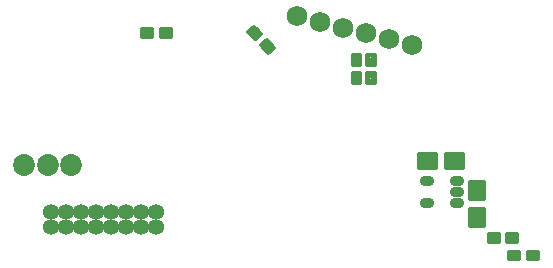
<source format=gbs>
*
*
G04 PADS 9.3.1 Build Number: 456998 generated Gerber (RS-274-X) file*
G04 PC Version=2.1*
*
%IN "avago_ssi_rev1.pcb"*%
*
%MOIN*%
*
%FSLAX35Y35*%
*
*
*
*
G04 PC Standard Apertures*
*
*
G04 Thermal Relief Aperture macro.*
%AMTER*
1,1,$1,0,0*
1,0,$1-$2,0,0*
21,0,$3,$4,0,0,45*
21,0,$3,$4,0,0,135*
%
*
*
G04 Annular Aperture macro.*
%AMANN*
1,1,$1,0,0*
1,0,$2,0,0*
%
*
*
G04 Odd Aperture macro.*
%AMODD*
1,1,$1,0,0*
1,0,$1-0.005,0,0*
%
*
*
G04 PC Custom Aperture Macros*
*
*
*
*
*
*
G04 PC Aperture Table*
*
%ADD010C,0.001*%
%ADD020C,0.014*%
%ADD023C,0.016*%
%ADD035C,0.05331*%
%ADD036C,0.06906*%
%ADD037C,0.07299*%
%ADD038O,0.048X0.035*%
*
*
*
*
G04 PC Circuitry*
G04 Layer Name avago_ssi_rev1.pcb - circuitry*
%LPD*%
*
*
G04 PC Custom Flashes*
G04 Layer Name avago_ssi_rev1.pcb - flashes*
%LPD*%
*
*
G04 PC Circuitry*
G04 Layer Name avago_ssi_rev1.pcb - circuitry*
%LPD*%
*
G54D10*
G54D20*
G01X131654Y182282D02*
X129054D01*
Y185682*
X131654*
Y182282*
X129054Y182600D02*
X131654D01*
X129054Y184000D02*
X131654D01*
X129054Y185400D02*
X131654D01*
X129400Y182282D02*
Y185682D01*
X130800Y182282D02*
Y185682D01*
X131654Y176082D02*
X129054D01*
Y179482*
X131654*
Y176082*
X129054Y177000D02*
X131654D01*
X129054Y178400D02*
X131654D01*
X129400Y176082D02*
Y179482D01*
X130800Y176082D02*
Y179482D01*
X124129D02*
X126729D01*
Y176082*
X124129*
Y179482*
Y177000D02*
X126729D01*
X124129Y178400D02*
X126729D01*
X125200Y176082D02*
Y179482D01*
X126600Y176082D02*
Y179482D01*
X124129Y185682D02*
X126729D01*
Y182282*
X124129*
Y185682*
Y182600D02*
X126729D01*
X124129Y184000D02*
X126729D01*
X124129Y185400D02*
X126729D01*
X125200Y182282D02*
Y185682D01*
X126600Y182282D02*
Y185682D01*
X175695Y123200D02*
Y125800D01*
X179095*
Y123200*
X175695*
Y123800D02*
X179095D01*
X175695Y125200D02*
X179095D01*
X177000Y123200D02*
Y125800D01*
X178400Y123200D02*
Y125800D01*
X169495Y123200D02*
Y125800D01*
X172895*
Y123200*
X169495*
Y123800D02*
X172895D01*
X169495Y125200D02*
X172895D01*
X170000Y123200D02*
Y125800D01*
X171400Y123200D02*
Y125800D01*
X172800Y123200D02*
Y125800D01*
X60195Y191688D02*
Y194288D01*
X63595*
Y191688*
X60195*
Y192400D02*
X63595D01*
X60195Y193800D02*
X63595D01*
X60195Y191688D02*
Y194288D01*
X61595Y191688D02*
Y194288D01*
X62995Y191688D02*
Y194288D01*
X53995Y191688D02*
Y194288D01*
X57395*
Y191688*
X53995*
Y192400D02*
X57395D01*
X53995Y193800D02*
X57395D01*
X53995Y191688D02*
Y194288D01*
X55395Y191688D02*
Y194288D01*
X56795Y191688D02*
Y194288D01*
X182487Y117385D02*
Y119985D01*
X185887*
Y117385*
X182487*
Y118200D02*
X185887D01*
X182487Y119600D02*
X185887D01*
X182600Y117385D02*
Y119985D01*
X184000Y117385D02*
Y119985D01*
X185400Y117385D02*
Y119985D01*
X176287Y117385D02*
Y119985D01*
X179687*
Y117385*
X176287*
Y118200D02*
X179687D01*
X176287Y119600D02*
X179687D01*
X177000Y117385D02*
Y119985D01*
X178400Y117385D02*
Y119985D01*
X93666Y188739D02*
X95567Y190513D01*
X97887Y188027*
X95986Y186253*
X93666Y188739*
X95475Y186800D02*
X96572D01*
X94169Y188200D02*
X97725D01*
X94589Y189600D02*
X96419D01*
X93666Y188739D02*
X93666D01*
X95066Y187239D02*
Y190045D01*
X96466Y186702D02*
Y189549D01*
X97866Y188008D02*
Y188049D01*
X89436Y193272D02*
X91337Y195046D01*
X93657Y192560*
X91756Y190786*
X89436Y193272*
X91556Y191000D02*
X91985D01*
X90250Y192400D02*
X93485D01*
X90002Y193800D02*
X92500D01*
X89436Y193272D02*
X89436D01*
X90836Y191772D02*
Y194579D01*
X92236Y191235D02*
Y194083D01*
X93636Y192541D02*
Y192582D01*
G54D23*
X151704Y152657D02*
Y148257D01*
X146304*
Y152657*
X151704*
X146304Y149600D02*
X151704D01*
X146304Y151200D02*
X151704D01*
X146400Y148257D02*
Y152657D01*
X148000Y148257D02*
Y152657D01*
X149600Y148257D02*
Y152657D01*
X151200Y148257D02*
Y152657D01*
X160704D02*
Y148257D01*
X155304*
Y152657*
X160704*
X155304Y149600D02*
X160704D01*
X155304Y151200D02*
X160704D01*
X156000Y148257D02*
Y152657D01*
X157600Y148257D02*
Y152657D01*
X159200Y148257D02*
Y152657D01*
X163209Y134365D02*
X167609D01*
Y128965*
X163209*
Y134365*
Y130400D02*
X167609D01*
X163209Y132000D02*
X167609D01*
X163209Y133600D02*
X167609D01*
X164000Y128965D02*
Y134365D01*
X165600Y128965D02*
Y134365D01*
X167200Y128965D02*
Y134365D01*
X163209Y143365D02*
X167609D01*
Y137965*
X163209*
Y143365*
Y138400D02*
X167609D01*
X163209Y140000D02*
X167609D01*
X163209Y141600D02*
X167609D01*
X163209Y143200D02*
X167609D01*
X164000Y137965D02*
Y143365D01*
X165600Y137965D02*
Y143365D01*
X167200Y137965D02*
Y143365D01*
G54D35*
X58530Y133291D03*
Y128291D03*
X53530D03*
Y133291D03*
X48530Y128291D03*
Y133291D03*
X43530Y128291D03*
Y133291D03*
X38530Y128291D03*
Y133291D03*
X33530Y128291D03*
Y133291D03*
X28530Y128291D03*
Y133291D03*
X23530Y128291D03*
Y133291D03*
G54D36*
X105734Y198474D03*
X113373Y196562D03*
X121011Y194650D03*
X128649Y192738D03*
X136288Y190826D03*
X143926Y188914D03*
G54D37*
X30400Y149000D03*
X22526D03*
X14652D03*
G54D38*
X159100Y143648D03*
Y139898D03*
Y136148D03*
X148900D03*
Y143648D03*
X0Y0D02*
M02*

</source>
